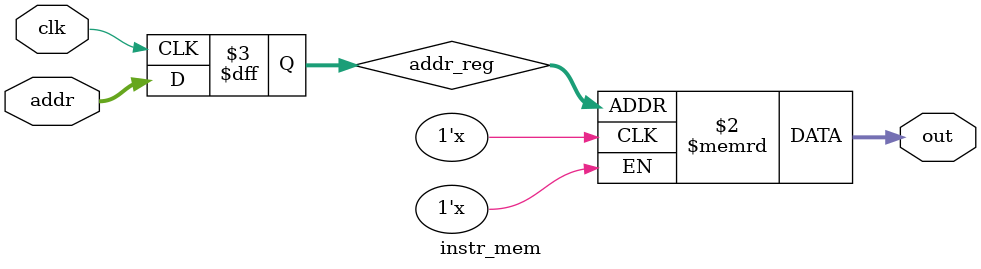
<source format=v>
module instr_mem (
    input wire clk,
    input wire [3:0] addr,
    output [3:0] out
);

    reg [3:0] mem [0:15];
    reg [3:0] addr_reg;

    always @(posedge clk) begin
        addr_reg <= addr;
    end

    assign out = mem[addr_reg];

endmodule
</source>
